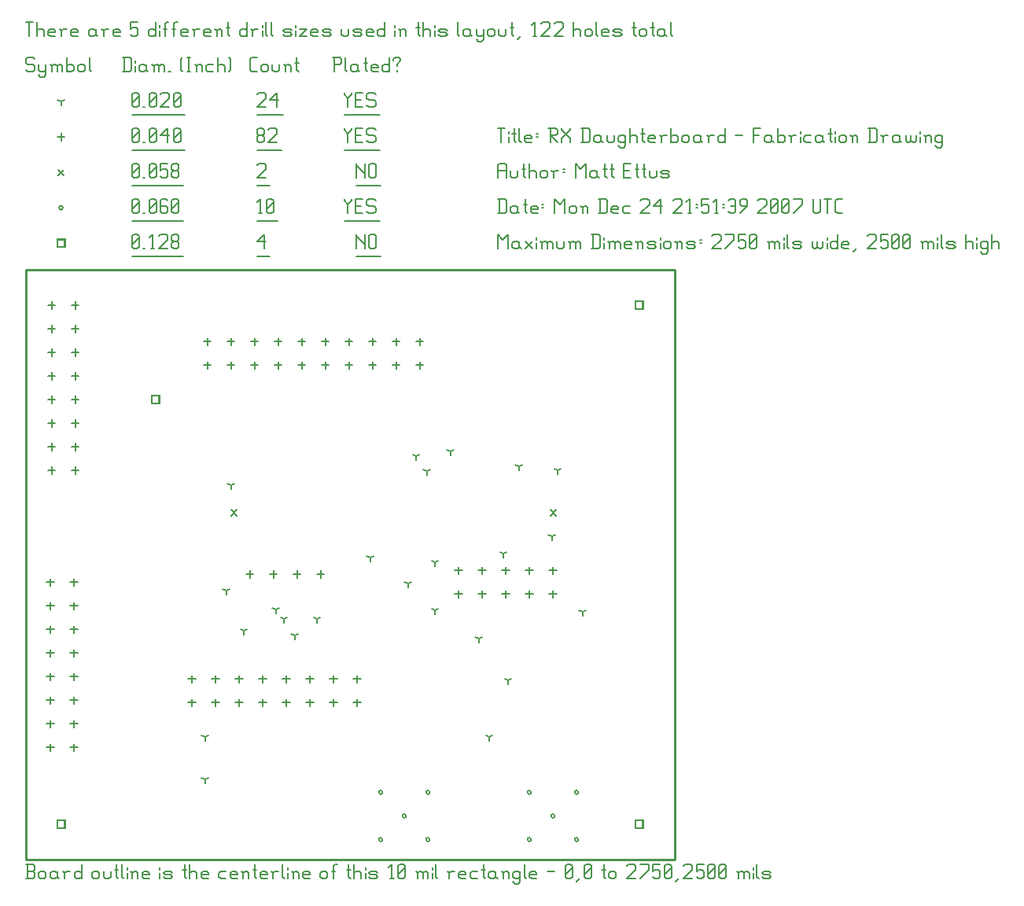
<source format=gbr>
G04 start of page 14 for group -3984 idx -3984
G04 Title: RX Daughterboard, fab *
G04 Creator: pcb 20070208 *
G04 CreationDate: Mon Dec 24 21:51:39 2007 UTC *
G04 For: matt *
G04 Format: Gerber/RS-274X *
G04 PCB-Dimensions: 275000 250000 *
G04 PCB-Coordinate-Origin: lower left *
%MOIN*%
%FSLAX24Y24*%
%LNFAB*%
%ADD11C,0.0100*%
%ADD12C,0.0060*%
%ADD30R,0.0080X0.0080*%
G54D30*X1340Y1660D02*X1660D01*
X1340D02*Y1340D01*
X1660D01*
Y1660D02*Y1340D01*
X25840Y23660D02*X26160D01*
X25840D02*Y23340D01*
X26160D01*
Y23660D02*Y23340D01*
X25840Y1660D02*X26160D01*
X25840D02*Y1340D01*
X26160D01*
Y1660D02*Y1340D01*
X5340Y19660D02*X5660D01*
X5340D02*Y19340D01*
X5660D01*
Y19660D02*Y19340D01*
X1340Y26285D02*X1660D01*
X1340D02*Y25965D01*
X1660D01*
Y26285D02*Y25965D01*
G54D12*X14000Y26500D02*Y25900D01*
Y26500D02*Y26425D01*
X14375Y26050D01*
Y26500D02*Y25900D01*
X14555Y26425D02*Y25975D01*
Y26425D02*X14630Y26500D01*
X14780D01*
X14855Y26425D01*
Y25975D01*
X14780Y25900D02*X14855Y25975D01*
X14630Y25900D02*X14780D01*
X14555Y25975D02*X14630Y25900D01*
X14000Y25574D02*X15035D01*
X9800Y26200D02*X10100Y26500D01*
X9800Y26200D02*X10175D01*
X10100Y26500D02*Y25900D01*
X9800Y25574D02*X10355D01*
X4500Y25975D02*X4575Y25900D01*
X4500Y26425D02*Y25975D01*
Y26425D02*X4575Y26500D01*
X4725D01*
X4800Y26425D01*
Y25975D01*
X4725Y25900D02*X4800Y25975D01*
X4575Y25900D02*X4725D01*
X4500Y26050D02*X4800Y26350D01*
X4980Y25900D02*X5055D01*
X5310D02*X5460D01*
X5385Y26500D02*Y25900D01*
X5235Y26350D02*X5385Y26500D01*
X5640Y26425D02*X5715Y26500D01*
X5940D01*
X6015Y26425D01*
Y26275D01*
X5640Y25900D02*X6015Y26275D01*
X5640Y25900D02*X6015D01*
X6195Y25975D02*X6270Y25900D01*
X6195Y26125D02*Y25975D01*
Y26125D02*X6270Y26200D01*
X6420D01*
X6495Y26125D01*
Y25975D01*
X6420Y25900D02*X6495Y25975D01*
X6270Y25900D02*X6420D01*
X6195Y26275D02*X6270Y26200D01*
X6195Y26425D02*Y26275D01*
Y26425D02*X6270Y26500D01*
X6420D01*
X6495Y26425D01*
Y26275D01*
X6420Y26200D02*X6495Y26275D01*
X4500Y25574D02*X6675D01*
X22270Y1850D02*G75*G03X22430Y1850I80J0D01*G01*
G75*G03X22270Y1850I-80J0D01*G01*
X21270Y2850D02*G75*G03X21430Y2850I80J0D01*G01*
G75*G03X21270Y2850I-80J0D01*G01*
X23270D02*G75*G03X23430Y2850I80J0D01*G01*
G75*G03X23270Y2850I-80J0D01*G01*
X21270Y850D02*G75*G03X21430Y850I80J0D01*G01*
G75*G03X21270Y850I-80J0D01*G01*
X23270D02*G75*G03X23430Y850I80J0D01*G01*
G75*G03X23270Y850I-80J0D01*G01*
X15970Y1850D02*G75*G03X16130Y1850I80J0D01*G01*
G75*G03X15970Y1850I-80J0D01*G01*
X14970Y2850D02*G75*G03X15130Y2850I80J0D01*G01*
G75*G03X14970Y2850I-80J0D01*G01*
X16970D02*G75*G03X17130Y2850I80J0D01*G01*
G75*G03X16970Y2850I-80J0D01*G01*
X14970Y850D02*G75*G03X15130Y850I80J0D01*G01*
G75*G03X14970Y850I-80J0D01*G01*
X16970D02*G75*G03X17130Y850I80J0D01*G01*
G75*G03X16970Y850I-80J0D01*G01*
X1420Y27625D02*G75*G03X1580Y27625I80J0D01*G01*
G75*G03X1420Y27625I-80J0D01*G01*
X13500Y28000D02*Y27925D01*
X13650Y27775D01*
X13800Y27925D01*
Y28000D02*Y27925D01*
X13650Y27775D02*Y27400D01*
X13980Y27700D02*X14205D01*
X13980Y27400D02*X14280D01*
X13980Y28000D02*Y27400D01*
Y28000D02*X14280D01*
X14760D02*X14835Y27925D01*
X14535Y28000D02*X14760D01*
X14460Y27925D02*X14535Y28000D01*
X14460Y27925D02*Y27775D01*
X14535Y27700D01*
X14760D01*
X14835Y27625D01*
Y27475D01*
X14760Y27400D02*X14835Y27475D01*
X14535Y27400D02*X14760D01*
X14460Y27475D02*X14535Y27400D01*
X13500Y27074D02*X15015D01*
X9875Y27400D02*X10025D01*
X9950Y28000D02*Y27400D01*
X9800Y27850D02*X9950Y28000D01*
X10205Y27475D02*X10280Y27400D01*
X10205Y27925D02*Y27475D01*
Y27925D02*X10280Y28000D01*
X10430D01*
X10505Y27925D01*
Y27475D01*
X10430Y27400D02*X10505Y27475D01*
X10280Y27400D02*X10430D01*
X10205Y27550D02*X10505Y27850D01*
X9800Y27074D02*X10685D01*
X4500Y27475D02*X4575Y27400D01*
X4500Y27925D02*Y27475D01*
Y27925D02*X4575Y28000D01*
X4725D01*
X4800Y27925D01*
Y27475D01*
X4725Y27400D02*X4800Y27475D01*
X4575Y27400D02*X4725D01*
X4500Y27550D02*X4800Y27850D01*
X4980Y27400D02*X5055D01*
X5235Y27475D02*X5310Y27400D01*
X5235Y27925D02*Y27475D01*
Y27925D02*X5310Y28000D01*
X5460D01*
X5535Y27925D01*
Y27475D01*
X5460Y27400D02*X5535Y27475D01*
X5310Y27400D02*X5460D01*
X5235Y27550D02*X5535Y27850D01*
X5940Y28000D02*X6015Y27925D01*
X5790Y28000D02*X5940D01*
X5715Y27925D02*X5790Y28000D01*
X5715Y27925D02*Y27475D01*
X5790Y27400D01*
X5940Y27700D02*X6015Y27625D01*
X5715Y27700D02*X5940D01*
X5790Y27400D02*X5940D01*
X6015Y27475D01*
Y27625D02*Y27475D01*
X6195D02*X6270Y27400D01*
X6195Y27925D02*Y27475D01*
Y27925D02*X6270Y28000D01*
X6420D01*
X6495Y27925D01*
Y27475D01*
X6420Y27400D02*X6495Y27475D01*
X6270Y27400D02*X6420D01*
X6195Y27550D02*X6495Y27850D01*
X4500Y27074D02*X6675D01*
X8710Y14820D02*X8950Y14580D01*
X8710D02*X8950Y14820D01*
X22253D02*X22493Y14580D01*
X22253D02*X22493Y14820D01*
X1380Y29245D02*X1620Y29005D01*
X1380D02*X1620Y29245D01*
X14000Y29500D02*Y28900D01*
Y29500D02*Y29425D01*
X14375Y29050D01*
Y29500D02*Y28900D01*
X14555Y29425D02*Y28975D01*
Y29425D02*X14630Y29500D01*
X14780D01*
X14855Y29425D01*
Y28975D01*
X14780Y28900D02*X14855Y28975D01*
X14630Y28900D02*X14780D01*
X14555Y28975D02*X14630Y28900D01*
X14000Y28574D02*X15035D01*
X9800Y29425D02*X9875Y29500D01*
X10100D01*
X10175Y29425D01*
Y29275D01*
X9800Y28900D02*X10175Y29275D01*
X9800Y28900D02*X10175D01*
X9800Y28574D02*X10355D01*
X4500Y28975D02*X4575Y28900D01*
X4500Y29425D02*Y28975D01*
Y29425D02*X4575Y29500D01*
X4725D01*
X4800Y29425D01*
Y28975D01*
X4725Y28900D02*X4800Y28975D01*
X4575Y28900D02*X4725D01*
X4500Y29050D02*X4800Y29350D01*
X4980Y28900D02*X5055D01*
X5235Y28975D02*X5310Y28900D01*
X5235Y29425D02*Y28975D01*
Y29425D02*X5310Y29500D01*
X5460D01*
X5535Y29425D01*
Y28975D01*
X5460Y28900D02*X5535Y28975D01*
X5310Y28900D02*X5460D01*
X5235Y29050D02*X5535Y29350D01*
X5715Y29500D02*X6015D01*
X5715D02*Y29200D01*
X5790Y29275D01*
X5940D01*
X6015Y29200D01*
Y28975D01*
X5940Y28900D02*X6015Y28975D01*
X5790Y28900D02*X5940D01*
X5715Y28975D02*X5790Y28900D01*
X6195Y28975D02*X6270Y28900D01*
X6195Y29125D02*Y28975D01*
Y29125D02*X6270Y29200D01*
X6420D01*
X6495Y29125D01*
Y28975D01*
X6420Y28900D02*X6495Y28975D01*
X6270Y28900D02*X6420D01*
X6195Y29275D02*X6270Y29200D01*
X6195Y29425D02*Y29275D01*
Y29425D02*X6270Y29500D01*
X6420D01*
X6495Y29425D01*
Y29275D01*
X6420Y29200D02*X6495Y29275D01*
X4500Y28574D02*X6675D01*
X7050Y6810D02*Y6490D01*
X6890Y6650D02*X7210D01*
X7050Y7810D02*Y7490D01*
X6890Y7650D02*X7210D01*
X8050Y6810D02*Y6490D01*
X7890Y6650D02*X8210D01*
X8050Y7810D02*Y7490D01*
X7890Y7650D02*X8210D01*
X9050Y6810D02*Y6490D01*
X8890Y6650D02*X9210D01*
X9050Y7810D02*Y7490D01*
X8890Y7650D02*X9210D01*
X10050Y6810D02*Y6490D01*
X9890Y6650D02*X10210D01*
X10050Y7810D02*Y7490D01*
X9890Y7650D02*X10210D01*
X11050Y6810D02*Y6490D01*
X10890Y6650D02*X11210D01*
X11050Y7810D02*Y7490D01*
X10890Y7650D02*X11210D01*
X12050Y6810D02*Y6490D01*
X11890Y6650D02*X12210D01*
X12050Y7810D02*Y7490D01*
X11890Y7650D02*X12210D01*
X13050Y6810D02*Y6490D01*
X12890Y6650D02*X13210D01*
X13050Y7810D02*Y7490D01*
X12890Y7650D02*X13210D01*
X14050Y6810D02*Y6490D01*
X13890Y6650D02*X14210D01*
X14050Y7810D02*Y7490D01*
X13890Y7650D02*X14210D01*
X1050Y11910D02*Y11590D01*
X890Y11750D02*X1210D01*
X2050Y11910D02*Y11590D01*
X1890Y11750D02*X2210D01*
X1050Y10910D02*Y10590D01*
X890Y10750D02*X1210D01*
X2050Y10910D02*Y10590D01*
X1890Y10750D02*X2210D01*
X1050Y9910D02*Y9590D01*
X890Y9750D02*X1210D01*
X2050Y9910D02*Y9590D01*
X1890Y9750D02*X2210D01*
X1050Y8910D02*Y8590D01*
X890Y8750D02*X1210D01*
X2050Y8910D02*Y8590D01*
X1890Y8750D02*X2210D01*
X1050Y7910D02*Y7590D01*
X890Y7750D02*X1210D01*
X2050Y7910D02*Y7590D01*
X1890Y7750D02*X2210D01*
X1050Y6910D02*Y6590D01*
X890Y6750D02*X1210D01*
X2050Y6910D02*Y6590D01*
X1890Y6750D02*X2210D01*
X1050Y5910D02*Y5590D01*
X890Y5750D02*X1210D01*
X2050Y5910D02*Y5590D01*
X1890Y5750D02*X2210D01*
X1050Y4910D02*Y4590D01*
X890Y4750D02*X1210D01*
X2050Y4910D02*Y4590D01*
X1890Y4750D02*X2210D01*
X9500Y12260D02*Y11940D01*
X9340Y12100D02*X9660D01*
X10500Y12260D02*Y11940D01*
X10340Y12100D02*X10660D01*
X11500Y12260D02*Y11940D01*
X11340Y12100D02*X11660D01*
X12500Y12260D02*Y11940D01*
X12340Y12100D02*X12660D01*
X1100Y23660D02*Y23340D01*
X940Y23500D02*X1260D01*
X2100Y23660D02*Y23340D01*
X1940Y23500D02*X2260D01*
X1100Y22660D02*Y22340D01*
X940Y22500D02*X1260D01*
X2100Y22660D02*Y22340D01*
X1940Y22500D02*X2260D01*
X1100Y21660D02*Y21340D01*
X940Y21500D02*X1260D01*
X2100Y21660D02*Y21340D01*
X1940Y21500D02*X2260D01*
X1100Y20660D02*Y20340D01*
X940Y20500D02*X1260D01*
X2100Y20660D02*Y20340D01*
X1940Y20500D02*X2260D01*
X1100Y19660D02*Y19340D01*
X940Y19500D02*X1260D01*
X2100Y19660D02*Y19340D01*
X1940Y19500D02*X2260D01*
X1100Y18660D02*Y18340D01*
X940Y18500D02*X1260D01*
X2100Y18660D02*Y18340D01*
X1940Y18500D02*X2260D01*
X1100Y17660D02*Y17340D01*
X940Y17500D02*X1260D01*
X2100Y17660D02*Y17340D01*
X1940Y17500D02*X2260D01*
X1100Y16660D02*Y16340D01*
X940Y16500D02*X1260D01*
X2100Y16660D02*Y16340D01*
X1940Y16500D02*X2260D01*
X18350Y11410D02*Y11090D01*
X18190Y11250D02*X18510D01*
X18350Y12410D02*Y12090D01*
X18190Y12250D02*X18510D01*
X19350Y11410D02*Y11090D01*
X19190Y11250D02*X19510D01*
X19350Y12410D02*Y12090D01*
X19190Y12250D02*X19510D01*
X20350Y11410D02*Y11090D01*
X20190Y11250D02*X20510D01*
X20350Y12410D02*Y12090D01*
X20190Y12250D02*X20510D01*
X21350Y11410D02*Y11090D01*
X21190Y11250D02*X21510D01*
X21350Y12410D02*Y12090D01*
X21190Y12250D02*X21510D01*
X22350Y11410D02*Y11090D01*
X22190Y11250D02*X22510D01*
X22350Y12410D02*Y12090D01*
X22190Y12250D02*X22510D01*
X7700Y21110D02*Y20790D01*
X7540Y20950D02*X7860D01*
X7700Y22110D02*Y21790D01*
X7540Y21950D02*X7860D01*
X8700Y21110D02*Y20790D01*
X8540Y20950D02*X8860D01*
X8700Y22110D02*Y21790D01*
X8540Y21950D02*X8860D01*
X9700Y21110D02*Y20790D01*
X9540Y20950D02*X9860D01*
X9700Y22110D02*Y21790D01*
X9540Y21950D02*X9860D01*
X10700Y21110D02*Y20790D01*
X10540Y20950D02*X10860D01*
X10700Y22110D02*Y21790D01*
X10540Y21950D02*X10860D01*
X11700Y21110D02*Y20790D01*
X11540Y20950D02*X11860D01*
X11700Y22110D02*Y21790D01*
X11540Y21950D02*X11860D01*
X12700Y21110D02*Y20790D01*
X12540Y20950D02*X12860D01*
X12700Y22110D02*Y21790D01*
X12540Y21950D02*X12860D01*
X13700Y21110D02*Y20790D01*
X13540Y20950D02*X13860D01*
X13700Y22110D02*Y21790D01*
X13540Y21950D02*X13860D01*
X14700Y21110D02*Y20790D01*
X14540Y20950D02*X14860D01*
X14700Y22110D02*Y21790D01*
X14540Y21950D02*X14860D01*
X15700Y21110D02*Y20790D01*
X15540Y20950D02*X15860D01*
X15700Y22110D02*Y21790D01*
X15540Y21950D02*X15860D01*
X16700Y21110D02*Y20790D01*
X16540Y20950D02*X16860D01*
X16700Y22110D02*Y21790D01*
X16540Y21950D02*X16860D01*
X1500Y30785D02*Y30465D01*
X1340Y30625D02*X1660D01*
X13500Y31000D02*Y30925D01*
X13650Y30775D01*
X13800Y30925D01*
Y31000D02*Y30925D01*
X13650Y30775D02*Y30400D01*
X13980Y30700D02*X14205D01*
X13980Y30400D02*X14280D01*
X13980Y31000D02*Y30400D01*
Y31000D02*X14280D01*
X14760D02*X14835Y30925D01*
X14535Y31000D02*X14760D01*
X14460Y30925D02*X14535Y31000D01*
X14460Y30925D02*Y30775D01*
X14535Y30700D01*
X14760D01*
X14835Y30625D01*
Y30475D01*
X14760Y30400D02*X14835Y30475D01*
X14535Y30400D02*X14760D01*
X14460Y30475D02*X14535Y30400D01*
X13500Y30074D02*X15015D01*
X9800Y30475D02*X9875Y30400D01*
X9800Y30625D02*Y30475D01*
Y30625D02*X9875Y30700D01*
X10025D01*
X10100Y30625D01*
Y30475D01*
X10025Y30400D02*X10100Y30475D01*
X9875Y30400D02*X10025D01*
X9800Y30775D02*X9875Y30700D01*
X9800Y30925D02*Y30775D01*
Y30925D02*X9875Y31000D01*
X10025D01*
X10100Y30925D01*
Y30775D01*
X10025Y30700D02*X10100Y30775D01*
X10280Y30925D02*X10355Y31000D01*
X10580D01*
X10655Y30925D01*
Y30775D01*
X10280Y30400D02*X10655Y30775D01*
X10280Y30400D02*X10655D01*
X9800Y30074D02*X10835D01*
X4500Y30475D02*X4575Y30400D01*
X4500Y30925D02*Y30475D01*
Y30925D02*X4575Y31000D01*
X4725D01*
X4800Y30925D01*
Y30475D01*
X4725Y30400D02*X4800Y30475D01*
X4575Y30400D02*X4725D01*
X4500Y30550D02*X4800Y30850D01*
X4980Y30400D02*X5055D01*
X5235Y30475D02*X5310Y30400D01*
X5235Y30925D02*Y30475D01*
Y30925D02*X5310Y31000D01*
X5460D01*
X5535Y30925D01*
Y30475D01*
X5460Y30400D02*X5535Y30475D01*
X5310Y30400D02*X5460D01*
X5235Y30550D02*X5535Y30850D01*
X5715Y30700D02*X6015Y31000D01*
X5715Y30700D02*X6090D01*
X6015Y31000D02*Y30400D01*
X6270Y30475D02*X6345Y30400D01*
X6270Y30925D02*Y30475D01*
Y30925D02*X6345Y31000D01*
X6495D01*
X6570Y30925D01*
Y30475D01*
X6495Y30400D02*X6570Y30475D01*
X6345Y30400D02*X6495D01*
X6270Y30550D02*X6570Y30850D01*
X4500Y30074D02*X6750D01*
X17350Y12600D02*Y12440D01*
Y12600D02*X17488Y12680D01*
X17350Y12600D02*X17211Y12680D01*
X22550Y16500D02*Y16340D01*
Y16500D02*X22688Y16580D01*
X22550Y16500D02*X22411Y16580D01*
X20900Y16650D02*Y16490D01*
Y16650D02*X21038Y16730D01*
X20900Y16650D02*X20761Y16730D01*
X17000Y16450D02*Y16290D01*
Y16450D02*X17138Y16530D01*
X17000Y16450D02*X16861Y16530D01*
X18000Y17300D02*Y17140D01*
Y17300D02*X18138Y17380D01*
X18000Y17300D02*X17861Y17380D01*
X20450Y7600D02*Y7440D01*
Y7600D02*X20588Y7680D01*
X20450Y7600D02*X20311Y7680D01*
X20250Y12950D02*Y12790D01*
Y12950D02*X20388Y13030D01*
X20250Y12950D02*X20111Y13030D01*
X22300Y13700D02*Y13540D01*
Y13700D02*X22438Y13780D01*
X22300Y13700D02*X22161Y13780D01*
X19650Y5200D02*Y5040D01*
Y5200D02*X19788Y5280D01*
X19650Y5200D02*X19511Y5280D01*
X16550Y17100D02*Y16940D01*
Y17100D02*X16688Y17180D01*
X16550Y17100D02*X16411Y17180D01*
X10600Y10600D02*Y10440D01*
Y10600D02*X10738Y10680D01*
X10600Y10600D02*X10461Y10680D01*
X9250Y9700D02*Y9540D01*
Y9700D02*X9388Y9780D01*
X9250Y9700D02*X9111Y9780D01*
X8700Y15850D02*Y15690D01*
Y15850D02*X8838Y15930D01*
X8700Y15850D02*X8561Y15930D01*
X23600Y10500D02*Y10340D01*
Y10500D02*X23738Y10580D01*
X23600Y10500D02*X23461Y10580D01*
X17350Y10550D02*Y10390D01*
Y10550D02*X17488Y10630D01*
X17350Y10550D02*X17211Y10630D01*
X19200Y9350D02*Y9190D01*
Y9350D02*X19338Y9430D01*
X19200Y9350D02*X19061Y9430D01*
X12350Y10200D02*Y10040D01*
Y10200D02*X12488Y10280D01*
X12350Y10200D02*X12211Y10280D01*
X10950Y10200D02*Y10040D01*
Y10200D02*X11088Y10280D01*
X10950Y10200D02*X10811Y10280D01*
X8500Y11400D02*Y11240D01*
Y11400D02*X8638Y11480D01*
X8500Y11400D02*X8361Y11480D01*
X7600Y5200D02*Y5040D01*
Y5200D02*X7738Y5280D01*
X7600Y5200D02*X7461Y5280D01*
X7600Y3400D02*Y3240D01*
Y3400D02*X7738Y3480D01*
X7600Y3400D02*X7461Y3480D01*
X11400Y9500D02*Y9340D01*
Y9500D02*X11538Y9580D01*
X11400Y9500D02*X11261Y9580D01*
X14600Y12800D02*Y12640D01*
Y12800D02*X14738Y12880D01*
X14600Y12800D02*X14461Y12880D01*
X16200Y11700D02*Y11540D01*
Y11700D02*X16338Y11780D01*
X16200Y11700D02*X16061Y11780D01*
X1500Y32125D02*Y31965D01*
Y32125D02*X1638Y32205D01*
X1500Y32125D02*X1361Y32205D01*
X13500Y32500D02*Y32425D01*
X13650Y32275D01*
X13800Y32425D01*
Y32500D02*Y32425D01*
X13650Y32275D02*Y31900D01*
X13980Y32200D02*X14205D01*
X13980Y31900D02*X14280D01*
X13980Y32500D02*Y31900D01*
Y32500D02*X14280D01*
X14760D02*X14835Y32425D01*
X14535Y32500D02*X14760D01*
X14460Y32425D02*X14535Y32500D01*
X14460Y32425D02*Y32275D01*
X14535Y32200D01*
X14760D01*
X14835Y32125D01*
Y31975D01*
X14760Y31900D02*X14835Y31975D01*
X14535Y31900D02*X14760D01*
X14460Y31975D02*X14535Y31900D01*
X13500Y31574D02*X15015D01*
X9800Y32425D02*X9875Y32500D01*
X10100D01*
X10175Y32425D01*
Y32275D01*
X9800Y31900D02*X10175Y32275D01*
X9800Y31900D02*X10175D01*
X10355Y32200D02*X10655Y32500D01*
X10355Y32200D02*X10730D01*
X10655Y32500D02*Y31900D01*
X9800Y31574D02*X10910D01*
X4500Y31975D02*X4575Y31900D01*
X4500Y32425D02*Y31975D01*
Y32425D02*X4575Y32500D01*
X4725D01*
X4800Y32425D01*
Y31975D01*
X4725Y31900D02*X4800Y31975D01*
X4575Y31900D02*X4725D01*
X4500Y32050D02*X4800Y32350D01*
X4980Y31900D02*X5055D01*
X5235Y31975D02*X5310Y31900D01*
X5235Y32425D02*Y31975D01*
Y32425D02*X5310Y32500D01*
X5460D01*
X5535Y32425D01*
Y31975D01*
X5460Y31900D02*X5535Y31975D01*
X5310Y31900D02*X5460D01*
X5235Y32050D02*X5535Y32350D01*
X5715Y32425D02*X5790Y32500D01*
X6015D01*
X6090Y32425D01*
Y32275D01*
X5715Y31900D02*X6090Y32275D01*
X5715Y31900D02*X6090D01*
X6270Y31975D02*X6345Y31900D01*
X6270Y32425D02*Y31975D01*
Y32425D02*X6345Y32500D01*
X6495D01*
X6570Y32425D01*
Y31975D01*
X6495Y31900D02*X6570Y31975D01*
X6345Y31900D02*X6495D01*
X6270Y32050D02*X6570Y32350D01*
X4500Y31574D02*X6750D01*
X300Y34000D02*X375Y33925D01*
X75Y34000D02*X300D01*
X0Y33925D02*X75Y34000D01*
X0Y33925D02*Y33775D01*
X75Y33700D01*
X300D01*
X375Y33625D01*
Y33475D01*
X300Y33400D02*X375Y33475D01*
X75Y33400D02*X300D01*
X0Y33475D02*X75Y33400D01*
X555Y33700D02*Y33475D01*
X630Y33400D01*
X855Y33700D02*Y33250D01*
X780Y33175D02*X855Y33250D01*
X630Y33175D02*X780D01*
X555Y33250D02*X630Y33175D01*
Y33400D02*X780D01*
X855Y33475D01*
X1110Y33625D02*Y33400D01*
Y33625D02*X1185Y33700D01*
X1260D01*
X1335Y33625D01*
Y33400D01*
Y33625D02*X1410Y33700D01*
X1485D01*
X1560Y33625D01*
Y33400D01*
X1035Y33700D02*X1110Y33625D01*
X1740Y34000D02*Y33400D01*
Y33475D02*X1815Y33400D01*
X1965D01*
X2040Y33475D01*
Y33625D02*Y33475D01*
X1965Y33700D02*X2040Y33625D01*
X1815Y33700D02*X1965D01*
X1740Y33625D02*X1815Y33700D01*
X2220Y33625D02*Y33475D01*
Y33625D02*X2295Y33700D01*
X2445D01*
X2520Y33625D01*
Y33475D01*
X2445Y33400D02*X2520Y33475D01*
X2295Y33400D02*X2445D01*
X2220Y33475D02*X2295Y33400D01*
X2700Y34000D02*Y33475D01*
X2775Y33400D01*
X4175Y34000D02*Y33400D01*
X4400Y34000D02*X4475Y33925D01*
Y33475D01*
X4400Y33400D02*X4475Y33475D01*
X4100Y33400D02*X4400D01*
X4100Y34000D02*X4400D01*
X4655Y33850D02*Y33775D01*
Y33625D02*Y33400D01*
X5030Y33700D02*X5105Y33625D01*
X4880Y33700D02*X5030D01*
X4805Y33625D02*X4880Y33700D01*
X4805Y33625D02*Y33475D01*
X4880Y33400D01*
X5105Y33700D02*Y33475D01*
X5180Y33400D01*
X4880D02*X5030D01*
X5105Y33475D01*
X5435Y33625D02*Y33400D01*
Y33625D02*X5510Y33700D01*
X5585D01*
X5660Y33625D01*
Y33400D01*
Y33625D02*X5735Y33700D01*
X5810D01*
X5885Y33625D01*
Y33400D01*
X5360Y33700D02*X5435Y33625D01*
X6065Y33400D02*X6140D01*
X6590Y33475D02*X6665Y33400D01*
X6590Y33925D02*X6665Y34000D01*
X6590Y33925D02*Y33475D01*
X6845Y34000D02*X6995D01*
X6920D02*Y33400D01*
X6845D02*X6995D01*
X7251Y33625D02*Y33400D01*
Y33625D02*X7326Y33700D01*
X7401D01*
X7476Y33625D01*
Y33400D01*
X7176Y33700D02*X7251Y33625D01*
X7731Y33700D02*X7956D01*
X7656Y33625D02*X7731Y33700D01*
X7656Y33625D02*Y33475D01*
X7731Y33400D01*
X7956D01*
X8136Y34000D02*Y33400D01*
Y33625D02*X8211Y33700D01*
X8361D01*
X8436Y33625D01*
Y33400D01*
X8616Y34000D02*X8691Y33925D01*
Y33475D01*
X8616Y33400D02*X8691Y33475D01*
X9575Y33400D02*X9800D01*
X9500Y33475D02*X9575Y33400D01*
X9500Y33925D02*Y33475D01*
Y33925D02*X9575Y34000D01*
X9800D01*
X9980Y33625D02*Y33475D01*
Y33625D02*X10055Y33700D01*
X10205D01*
X10280Y33625D01*
Y33475D01*
X10205Y33400D02*X10280Y33475D01*
X10055Y33400D02*X10205D01*
X9980Y33475D02*X10055Y33400D01*
X10460Y33700D02*Y33475D01*
X10535Y33400D01*
X10685D01*
X10760Y33475D01*
Y33700D02*Y33475D01*
X11015Y33625D02*Y33400D01*
Y33625D02*X11090Y33700D01*
X11165D01*
X11240Y33625D01*
Y33400D01*
X10940Y33700D02*X11015Y33625D01*
X11495Y34000D02*Y33475D01*
X11570Y33400D01*
X11420Y33775D02*X11570D01*
X13075Y34000D02*Y33400D01*
X13000Y34000D02*X13300D01*
X13375Y33925D01*
Y33775D01*
X13300Y33700D02*X13375Y33775D01*
X13075Y33700D02*X13300D01*
X13555Y34000D02*Y33475D01*
X13630Y33400D01*
X14005Y33700D02*X14080Y33625D01*
X13855Y33700D02*X14005D01*
X13780Y33625D02*X13855Y33700D01*
X13780Y33625D02*Y33475D01*
X13855Y33400D01*
X14080Y33700D02*Y33475D01*
X14155Y33400D01*
X13855D02*X14005D01*
X14080Y33475D01*
X14410Y34000D02*Y33475D01*
X14485Y33400D01*
X14335Y33775D02*X14485D01*
X14710Y33400D02*X14935D01*
X14635Y33475D02*X14710Y33400D01*
X14635Y33625D02*Y33475D01*
Y33625D02*X14710Y33700D01*
X14860D01*
X14935Y33625D01*
X14635Y33550D02*X14935D01*
Y33625D02*Y33550D01*
X15415Y34000D02*Y33400D01*
X15340D02*X15415Y33475D01*
X15190Y33400D02*X15340D01*
X15115Y33475D02*X15190Y33400D01*
X15115Y33625D02*Y33475D01*
Y33625D02*X15190Y33700D01*
X15340D01*
X15415Y33625D01*
X15745Y33700D02*Y33625D01*
Y33475D02*Y33400D01*
X15595Y33925D02*Y33850D01*
Y33925D02*X15670Y34000D01*
X15820D01*
X15895Y33925D01*
Y33850D01*
X15745Y33700D02*X15895Y33850D01*
X0Y35500D02*X300D01*
X150D02*Y34900D01*
X480Y35500D02*Y34900D01*
Y35125D02*X555Y35200D01*
X705D01*
X780Y35125D01*
Y34900D01*
X1035D02*X1260D01*
X960Y34975D02*X1035Y34900D01*
X960Y35125D02*Y34975D01*
Y35125D02*X1035Y35200D01*
X1185D01*
X1260Y35125D01*
X960Y35050D02*X1260D01*
Y35125D02*Y35050D01*
X1515Y35125D02*Y34900D01*
Y35125D02*X1590Y35200D01*
X1740D01*
X1440D02*X1515Y35125D01*
X1995Y34900D02*X2220D01*
X1920Y34975D02*X1995Y34900D01*
X1920Y35125D02*Y34975D01*
Y35125D02*X1995Y35200D01*
X2145D01*
X2220Y35125D01*
X1920Y35050D02*X2220D01*
Y35125D02*Y35050D01*
X2895Y35200D02*X2970Y35125D01*
X2745Y35200D02*X2895D01*
X2670Y35125D02*X2745Y35200D01*
X2670Y35125D02*Y34975D01*
X2745Y34900D01*
X2970Y35200D02*Y34975D01*
X3045Y34900D01*
X2745D02*X2895D01*
X2970Y34975D01*
X3300Y35125D02*Y34900D01*
Y35125D02*X3375Y35200D01*
X3525D01*
X3225D02*X3300Y35125D01*
X3781Y34900D02*X4006D01*
X3706Y34975D02*X3781Y34900D01*
X3706Y35125D02*Y34975D01*
Y35125D02*X3781Y35200D01*
X3931D01*
X4006Y35125D01*
X3706Y35050D02*X4006D01*
Y35125D02*Y35050D01*
X4456Y35500D02*X4756D01*
X4456D02*Y35200D01*
X4531Y35275D01*
X4681D01*
X4756Y35200D01*
Y34975D01*
X4681Y34900D02*X4756Y34975D01*
X4531Y34900D02*X4681D01*
X4456Y34975D02*X4531Y34900D01*
X5506Y35500D02*Y34900D01*
X5431D02*X5506Y34975D01*
X5281Y34900D02*X5431D01*
X5206Y34975D02*X5281Y34900D01*
X5206Y35125D02*Y34975D01*
Y35125D02*X5281Y35200D01*
X5431D01*
X5506Y35125D01*
X5686Y35350D02*Y35275D01*
Y35125D02*Y34900D01*
X5911Y35425D02*Y34900D01*
Y35425D02*X5986Y35500D01*
X6061D01*
X5836Y35200D02*X5986D01*
X6286Y35425D02*Y34900D01*
Y35425D02*X6361Y35500D01*
X6436D01*
X6211Y35200D02*X6361D01*
X6661Y34900D02*X6886D01*
X6586Y34975D02*X6661Y34900D01*
X6586Y35125D02*Y34975D01*
Y35125D02*X6661Y35200D01*
X6811D01*
X6886Y35125D01*
X6586Y35050D02*X6886D01*
Y35125D02*Y35050D01*
X7142Y35125D02*Y34900D01*
Y35125D02*X7217Y35200D01*
X7367D01*
X7067D02*X7142Y35125D01*
X7622Y34900D02*X7847D01*
X7547Y34975D02*X7622Y34900D01*
X7547Y35125D02*Y34975D01*
Y35125D02*X7622Y35200D01*
X7772D01*
X7847Y35125D01*
X7547Y35050D02*X7847D01*
Y35125D02*Y35050D01*
X8102Y35125D02*Y34900D01*
Y35125D02*X8177Y35200D01*
X8252D01*
X8327Y35125D01*
Y34900D01*
X8027Y35200D02*X8102Y35125D01*
X8582Y35500D02*Y34975D01*
X8657Y34900D01*
X8507Y35275D02*X8657D01*
X9377Y35500D02*Y34900D01*
X9302D02*X9377Y34975D01*
X9152Y34900D02*X9302D01*
X9077Y34975D02*X9152Y34900D01*
X9077Y35125D02*Y34975D01*
Y35125D02*X9152Y35200D01*
X9302D01*
X9377Y35125D01*
X9632D02*Y34900D01*
Y35125D02*X9707Y35200D01*
X9857D01*
X9557D02*X9632Y35125D01*
X10038Y35350D02*Y35275D01*
Y35125D02*Y34900D01*
X10188Y35500D02*Y34975D01*
X10263Y34900D01*
X10413Y35500D02*Y34975D01*
X10488Y34900D01*
X10983D02*X11208D01*
X11283Y34975D01*
X11208Y35050D02*X11283Y34975D01*
X10983Y35050D02*X11208D01*
X10908Y35125D02*X10983Y35050D01*
X10908Y35125D02*X10983Y35200D01*
X11208D01*
X11283Y35125D01*
X10908Y34975D02*X10983Y34900D01*
X11463Y35350D02*Y35275D01*
Y35125D02*Y34900D01*
X11613Y35200D02*X11913D01*
X11613Y34900D02*X11913Y35200D01*
X11613Y34900D02*X11913D01*
X12168D02*X12393D01*
X12093Y34975D02*X12168Y34900D01*
X12093Y35125D02*Y34975D01*
Y35125D02*X12168Y35200D01*
X12318D01*
X12393Y35125D01*
X12093Y35050D02*X12393D01*
Y35125D02*Y35050D01*
X12649Y34900D02*X12874D01*
X12949Y34975D01*
X12874Y35050D02*X12949Y34975D01*
X12649Y35050D02*X12874D01*
X12574Y35125D02*X12649Y35050D01*
X12574Y35125D02*X12649Y35200D01*
X12874D01*
X12949Y35125D01*
X12574Y34975D02*X12649Y34900D01*
X13399Y35200D02*Y34975D01*
X13474Y34900D01*
X13624D01*
X13699Y34975D01*
Y35200D02*Y34975D01*
X13954Y34900D02*X14179D01*
X14254Y34975D01*
X14179Y35050D02*X14254Y34975D01*
X13954Y35050D02*X14179D01*
X13879Y35125D02*X13954Y35050D01*
X13879Y35125D02*X13954Y35200D01*
X14179D01*
X14254Y35125D01*
X13879Y34975D02*X13954Y34900D01*
X14509D02*X14734D01*
X14434Y34975D02*X14509Y34900D01*
X14434Y35125D02*Y34975D01*
Y35125D02*X14509Y35200D01*
X14659D01*
X14734Y35125D01*
X14434Y35050D02*X14734D01*
Y35125D02*Y35050D01*
X15214Y35500D02*Y34900D01*
X15139D02*X15214Y34975D01*
X14989Y34900D02*X15139D01*
X14914Y34975D02*X14989Y34900D01*
X14914Y35125D02*Y34975D01*
Y35125D02*X14989Y35200D01*
X15139D01*
X15214Y35125D01*
X15664Y35350D02*Y35275D01*
Y35125D02*Y34900D01*
X15889Y35125D02*Y34900D01*
Y35125D02*X15964Y35200D01*
X16039D01*
X16114Y35125D01*
Y34900D01*
X15814Y35200D02*X15889Y35125D01*
X16640Y35500D02*Y34975D01*
X16715Y34900D01*
X16565Y35275D02*X16715D01*
X16865Y35500D02*Y34900D01*
Y35125D02*X16940Y35200D01*
X17090D01*
X17165Y35125D01*
Y34900D01*
X17345Y35350D02*Y35275D01*
Y35125D02*Y34900D01*
X17570D02*X17795D01*
X17870Y34975D01*
X17795Y35050D02*X17870Y34975D01*
X17570Y35050D02*X17795D01*
X17495Y35125D02*X17570Y35050D01*
X17495Y35125D02*X17570Y35200D01*
X17795D01*
X17870Y35125D01*
X17495Y34975D02*X17570Y34900D01*
X18320Y35500D02*Y34975D01*
X18395Y34900D01*
X18770Y35200D02*X18845Y35125D01*
X18620Y35200D02*X18770D01*
X18545Y35125D02*X18620Y35200D01*
X18545Y35125D02*Y34975D01*
X18620Y34900D01*
X18845Y35200D02*Y34975D01*
X18920Y34900D01*
X18620D02*X18770D01*
X18845Y34975D01*
X19101Y35200D02*Y34975D01*
X19176Y34900D01*
X19401Y35200D02*Y34750D01*
X19326Y34675D02*X19401Y34750D01*
X19176Y34675D02*X19326D01*
X19101Y34750D02*X19176Y34675D01*
Y34900D02*X19326D01*
X19401Y34975D01*
X19581Y35125D02*Y34975D01*
Y35125D02*X19656Y35200D01*
X19806D01*
X19881Y35125D01*
Y34975D01*
X19806Y34900D02*X19881Y34975D01*
X19656Y34900D02*X19806D01*
X19581Y34975D02*X19656Y34900D01*
X20061Y35200D02*Y34975D01*
X20136Y34900D01*
X20286D01*
X20361Y34975D01*
Y35200D02*Y34975D01*
X20616Y35500D02*Y34975D01*
X20691Y34900D01*
X20541Y35275D02*X20691D01*
X20841Y34750D02*X20991Y34900D01*
X21516D02*X21666D01*
X21591Y35500D02*Y34900D01*
X21441Y35350D02*X21591Y35500D01*
X21846Y35425D02*X21921Y35500D01*
X22146D01*
X22221Y35425D01*
Y35275D01*
X21846Y34900D02*X22221Y35275D01*
X21846Y34900D02*X22221D01*
X22402Y35425D02*X22477Y35500D01*
X22702D01*
X22777Y35425D01*
Y35275D01*
X22402Y34900D02*X22777Y35275D01*
X22402Y34900D02*X22777D01*
X23227Y35500D02*Y34900D01*
Y35125D02*X23302Y35200D01*
X23452D01*
X23527Y35125D01*
Y34900D01*
X23707Y35125D02*Y34975D01*
Y35125D02*X23782Y35200D01*
X23932D01*
X24007Y35125D01*
Y34975D01*
X23932Y34900D02*X24007Y34975D01*
X23782Y34900D02*X23932D01*
X23707Y34975D02*X23782Y34900D01*
X24187Y35500D02*Y34975D01*
X24262Y34900D01*
X24487D02*X24712D01*
X24412Y34975D02*X24487Y34900D01*
X24412Y35125D02*Y34975D01*
Y35125D02*X24487Y35200D01*
X24637D01*
X24712Y35125D01*
X24412Y35050D02*X24712D01*
Y35125D02*Y35050D01*
X24967Y34900D02*X25192D01*
X25267Y34975D01*
X25192Y35050D02*X25267Y34975D01*
X24967Y35050D02*X25192D01*
X24892Y35125D02*X24967Y35050D01*
X24892Y35125D02*X24967Y35200D01*
X25192D01*
X25267Y35125D01*
X24892Y34975D02*X24967Y34900D01*
X25792Y35500D02*Y34975D01*
X25867Y34900D01*
X25717Y35275D02*X25867D01*
X26018Y35125D02*Y34975D01*
Y35125D02*X26093Y35200D01*
X26243D01*
X26318Y35125D01*
Y34975D01*
X26243Y34900D02*X26318Y34975D01*
X26093Y34900D02*X26243D01*
X26018Y34975D02*X26093Y34900D01*
X26573Y35500D02*Y34975D01*
X26648Y34900D01*
X26498Y35275D02*X26648D01*
X27023Y35200D02*X27098Y35125D01*
X26873Y35200D02*X27023D01*
X26798Y35125D02*X26873Y35200D01*
X26798Y35125D02*Y34975D01*
X26873Y34900D01*
X27098Y35200D02*Y34975D01*
X27173Y34900D01*
X26873D02*X27023D01*
X27098Y34975D01*
X27353Y35500D02*Y34975D01*
X27428Y34900D01*
G54D11*X0Y25000D02*X27500D01*
X0D02*Y0D01*
X27500Y25000D02*Y0D01*
X0D02*X27500D01*
G54D12*X20000Y26500D02*Y25900D01*
Y26500D02*X20225Y26275D01*
X20450Y26500D01*
Y25900D01*
X20855Y26200D02*X20930Y26125D01*
X20705Y26200D02*X20855D01*
X20630Y26125D02*X20705Y26200D01*
X20630Y26125D02*Y25975D01*
X20705Y25900D01*
X20930Y26200D02*Y25975D01*
X21005Y25900D01*
X20705D02*X20855D01*
X20930Y25975D01*
X21185Y26200D02*X21485Y25900D01*
X21185D02*X21485Y26200D01*
X21665Y26350D02*Y26275D01*
Y26125D02*Y25900D01*
X21890Y26125D02*Y25900D01*
Y26125D02*X21965Y26200D01*
X22040D01*
X22115Y26125D01*
Y25900D01*
Y26125D02*X22190Y26200D01*
X22265D01*
X22340Y26125D01*
Y25900D01*
X21815Y26200D02*X21890Y26125D01*
X22520Y26200D02*Y25975D01*
X22595Y25900D01*
X22745D01*
X22820Y25975D01*
Y26200D02*Y25975D01*
X23075Y26125D02*Y25900D01*
Y26125D02*X23150Y26200D01*
X23225D01*
X23300Y26125D01*
Y25900D01*
Y26125D02*X23375Y26200D01*
X23450D01*
X23525Y26125D01*
Y25900D01*
X23000Y26200D02*X23075Y26125D01*
X24051Y26500D02*Y25900D01*
X24276Y26500D02*X24351Y26425D01*
Y25975D01*
X24276Y25900D02*X24351Y25975D01*
X23976Y25900D02*X24276D01*
X23976Y26500D02*X24276D01*
X24531Y26350D02*Y26275D01*
Y26125D02*Y25900D01*
X24756Y26125D02*Y25900D01*
Y26125D02*X24831Y26200D01*
X24906D01*
X24981Y26125D01*
Y25900D01*
Y26125D02*X25056Y26200D01*
X25131D01*
X25206Y26125D01*
Y25900D01*
X24681Y26200D02*X24756Y26125D01*
X25461Y25900D02*X25686D01*
X25386Y25975D02*X25461Y25900D01*
X25386Y26125D02*Y25975D01*
Y26125D02*X25461Y26200D01*
X25611D01*
X25686Y26125D01*
X25386Y26050D02*X25686D01*
Y26125D02*Y26050D01*
X25941Y26125D02*Y25900D01*
Y26125D02*X26016Y26200D01*
X26091D01*
X26166Y26125D01*
Y25900D01*
X25866Y26200D02*X25941Y26125D01*
X26421Y25900D02*X26646D01*
X26721Y25975D01*
X26646Y26050D02*X26721Y25975D01*
X26421Y26050D02*X26646D01*
X26346Y26125D02*X26421Y26050D01*
X26346Y26125D02*X26421Y26200D01*
X26646D01*
X26721Y26125D01*
X26346Y25975D02*X26421Y25900D01*
X26901Y26350D02*Y26275D01*
Y26125D02*Y25900D01*
X27052Y26125D02*Y25975D01*
Y26125D02*X27127Y26200D01*
X27277D01*
X27352Y26125D01*
Y25975D01*
X27277Y25900D02*X27352Y25975D01*
X27127Y25900D02*X27277D01*
X27052Y25975D02*X27127Y25900D01*
X27607Y26125D02*Y25900D01*
Y26125D02*X27682Y26200D01*
X27757D01*
X27832Y26125D01*
Y25900D01*
X27532Y26200D02*X27607Y26125D01*
X28087Y25900D02*X28312D01*
X28387Y25975D01*
X28312Y26050D02*X28387Y25975D01*
X28087Y26050D02*X28312D01*
X28012Y26125D02*X28087Y26050D01*
X28012Y26125D02*X28087Y26200D01*
X28312D01*
X28387Y26125D01*
X28012Y25975D02*X28087Y25900D01*
X28567Y26275D02*X28642D01*
X28567Y26125D02*X28642D01*
X29092Y26425D02*X29167Y26500D01*
X29392D01*
X29467Y26425D01*
Y26275D01*
X29092Y25900D02*X29467Y26275D01*
X29092Y25900D02*X29467D01*
X29647D02*X30022Y26275D01*
Y26500D02*Y26275D01*
X29647Y26500D02*X30022D01*
X30203D02*X30503D01*
X30203D02*Y26200D01*
X30278Y26275D01*
X30428D01*
X30503Y26200D01*
Y25975D01*
X30428Y25900D02*X30503Y25975D01*
X30278Y25900D02*X30428D01*
X30203Y25975D02*X30278Y25900D01*
X30683Y25975D02*X30758Y25900D01*
X30683Y26425D02*Y25975D01*
Y26425D02*X30758Y26500D01*
X30908D01*
X30983Y26425D01*
Y25975D01*
X30908Y25900D02*X30983Y25975D01*
X30758Y25900D02*X30908D01*
X30683Y26050D02*X30983Y26350D01*
X31508Y26125D02*Y25900D01*
Y26125D02*X31583Y26200D01*
X31658D01*
X31733Y26125D01*
Y25900D01*
Y26125D02*X31808Y26200D01*
X31883D01*
X31958Y26125D01*
Y25900D01*
X31433Y26200D02*X31508Y26125D01*
X32138Y26350D02*Y26275D01*
Y26125D02*Y25900D01*
X32288Y26500D02*Y25975D01*
X32363Y25900D01*
X32588D02*X32813D01*
X32888Y25975D01*
X32813Y26050D02*X32888Y25975D01*
X32588Y26050D02*X32813D01*
X32513Y26125D02*X32588Y26050D01*
X32513Y26125D02*X32588Y26200D01*
X32813D01*
X32888Y26125D01*
X32513Y25975D02*X32588Y25900D01*
X33338Y26200D02*Y25975D01*
X33413Y25900D01*
X33488D01*
X33563Y25975D01*
Y26200D02*Y25975D01*
X33638Y25900D01*
X33713D01*
X33788Y25975D01*
Y26200D02*Y25975D01*
X33969Y26350D02*Y26275D01*
Y26125D02*Y25900D01*
X34419Y26500D02*Y25900D01*
X34344D02*X34419Y25975D01*
X34194Y25900D02*X34344D01*
X34119Y25975D02*X34194Y25900D01*
X34119Y26125D02*Y25975D01*
Y26125D02*X34194Y26200D01*
X34344D01*
X34419Y26125D01*
X34674Y25900D02*X34899D01*
X34599Y25975D02*X34674Y25900D01*
X34599Y26125D02*Y25975D01*
Y26125D02*X34674Y26200D01*
X34824D01*
X34899Y26125D01*
X34599Y26050D02*X34899D01*
Y26125D02*Y26050D01*
X35079Y25750D02*X35229Y25900D01*
X35679Y26425D02*X35754Y26500D01*
X35979D01*
X36054Y26425D01*
Y26275D01*
X35679Y25900D02*X36054Y26275D01*
X35679Y25900D02*X36054D01*
X36234Y26500D02*X36534D01*
X36234D02*Y26200D01*
X36309Y26275D01*
X36459D01*
X36534Y26200D01*
Y25975D01*
X36459Y25900D02*X36534Y25975D01*
X36309Y25900D02*X36459D01*
X36234Y25975D02*X36309Y25900D01*
X36714Y25975D02*X36789Y25900D01*
X36714Y26425D02*Y25975D01*
Y26425D02*X36789Y26500D01*
X36939D01*
X37014Y26425D01*
Y25975D01*
X36939Y25900D02*X37014Y25975D01*
X36789Y25900D02*X36939D01*
X36714Y26050D02*X37014Y26350D01*
X37195Y25975D02*X37270Y25900D01*
X37195Y26425D02*Y25975D01*
Y26425D02*X37270Y26500D01*
X37420D01*
X37495Y26425D01*
Y25975D01*
X37420Y25900D02*X37495Y25975D01*
X37270Y25900D02*X37420D01*
X37195Y26050D02*X37495Y26350D01*
X38020Y26125D02*Y25900D01*
Y26125D02*X38095Y26200D01*
X38170D01*
X38245Y26125D01*
Y25900D01*
Y26125D02*X38320Y26200D01*
X38395D01*
X38470Y26125D01*
Y25900D01*
X37945Y26200D02*X38020Y26125D01*
X38650Y26350D02*Y26275D01*
Y26125D02*Y25900D01*
X38800Y26500D02*Y25975D01*
X38875Y25900D01*
X39100D02*X39325D01*
X39400Y25975D01*
X39325Y26050D02*X39400Y25975D01*
X39100Y26050D02*X39325D01*
X39025Y26125D02*X39100Y26050D01*
X39025Y26125D02*X39100Y26200D01*
X39325D01*
X39400Y26125D01*
X39025Y25975D02*X39100Y25900D01*
X39850Y26500D02*Y25900D01*
Y26125D02*X39925Y26200D01*
X40075D01*
X40150Y26125D01*
Y25900D01*
X40331Y26350D02*Y26275D01*
Y26125D02*Y25900D01*
X40706Y26200D02*X40781Y26125D01*
X40556Y26200D02*X40706D01*
X40481Y26125D02*X40556Y26200D01*
X40481Y26125D02*Y25975D01*
X40556Y25900D01*
X40706D01*
X40781Y25975D01*
X40481Y25750D02*X40556Y25675D01*
X40706D01*
X40781Y25750D01*
Y26200D02*Y25750D01*
X40961Y26500D02*Y25900D01*
Y26125D02*X41036Y26200D01*
X41186D01*
X41261Y26125D01*
Y25900D01*
X0Y-800D02*X300D01*
X375Y-725D01*
Y-575D02*Y-725D01*
X300Y-500D02*X375Y-575D01*
X75Y-500D02*X300D01*
X75Y-200D02*Y-800D01*
X0Y-200D02*X300D01*
X375Y-275D01*
Y-425D01*
X300Y-500D02*X375Y-425D01*
X555Y-575D02*Y-725D01*
Y-575D02*X630Y-500D01*
X780D01*
X855Y-575D01*
Y-725D01*
X780Y-800D02*X855Y-725D01*
X630Y-800D02*X780D01*
X555Y-725D02*X630Y-800D01*
X1260Y-500D02*X1335Y-575D01*
X1110Y-500D02*X1260D01*
X1035Y-575D02*X1110Y-500D01*
X1035Y-575D02*Y-725D01*
X1110Y-800D01*
X1335Y-500D02*Y-725D01*
X1410Y-800D01*
X1110D02*X1260D01*
X1335Y-725D01*
X1665Y-575D02*Y-800D01*
Y-575D02*X1740Y-500D01*
X1890D01*
X1590D02*X1665Y-575D01*
X2370Y-200D02*Y-800D01*
X2295D02*X2370Y-725D01*
X2145Y-800D02*X2295D01*
X2070Y-725D02*X2145Y-800D01*
X2070Y-575D02*Y-725D01*
Y-575D02*X2145Y-500D01*
X2295D01*
X2370Y-575D01*
X2820D02*Y-725D01*
Y-575D02*X2895Y-500D01*
X3045D01*
X3120Y-575D01*
Y-725D01*
X3045Y-800D02*X3120Y-725D01*
X2895Y-800D02*X3045D01*
X2820Y-725D02*X2895Y-800D01*
X3300Y-500D02*Y-725D01*
X3375Y-800D01*
X3525D01*
X3600Y-725D01*
Y-500D02*Y-725D01*
X3856Y-200D02*Y-725D01*
X3931Y-800D01*
X3781Y-425D02*X3931D01*
X4081Y-200D02*Y-725D01*
X4156Y-800D01*
X4306Y-350D02*Y-425D01*
Y-575D02*Y-800D01*
X4531Y-575D02*Y-800D01*
Y-575D02*X4606Y-500D01*
X4681D01*
X4756Y-575D01*
Y-800D01*
X4456Y-500D02*X4531Y-575D01*
X5011Y-800D02*X5236D01*
X4936Y-725D02*X5011Y-800D01*
X4936Y-575D02*Y-725D01*
Y-575D02*X5011Y-500D01*
X5161D01*
X5236Y-575D01*
X4936Y-650D02*X5236D01*
Y-575D02*Y-650D01*
X5686Y-350D02*Y-425D01*
Y-575D02*Y-800D01*
X5911D02*X6136D01*
X6211Y-725D01*
X6136Y-650D02*X6211Y-725D01*
X5911Y-650D02*X6136D01*
X5836Y-575D02*X5911Y-650D01*
X5836Y-575D02*X5911Y-500D01*
X6136D01*
X6211Y-575D01*
X5836Y-725D02*X5911Y-800D01*
X6737Y-200D02*Y-725D01*
X6812Y-800D01*
X6662Y-425D02*X6812D01*
X6962Y-200D02*Y-800D01*
Y-575D02*X7037Y-500D01*
X7187D01*
X7262Y-575D01*
Y-800D01*
X7517D02*X7742D01*
X7442Y-725D02*X7517Y-800D01*
X7442Y-575D02*Y-725D01*
Y-575D02*X7517Y-500D01*
X7667D01*
X7742Y-575D01*
X7442Y-650D02*X7742D01*
Y-575D02*Y-650D01*
X8267Y-500D02*X8492D01*
X8192Y-575D02*X8267Y-500D01*
X8192Y-575D02*Y-725D01*
X8267Y-800D01*
X8492D01*
X8747D02*X8972D01*
X8672Y-725D02*X8747Y-800D01*
X8672Y-575D02*Y-725D01*
Y-575D02*X8747Y-500D01*
X8897D01*
X8972Y-575D01*
X8672Y-650D02*X8972D01*
Y-575D02*Y-650D01*
X9227Y-575D02*Y-800D01*
Y-575D02*X9302Y-500D01*
X9377D01*
X9452Y-575D01*
Y-800D01*
X9152Y-500D02*X9227Y-575D01*
X9708Y-200D02*Y-725D01*
X9783Y-800D01*
X9633Y-425D02*X9783D01*
X10008Y-800D02*X10233D01*
X9933Y-725D02*X10008Y-800D01*
X9933Y-575D02*Y-725D01*
Y-575D02*X10008Y-500D01*
X10158D01*
X10233Y-575D01*
X9933Y-650D02*X10233D01*
Y-575D02*Y-650D01*
X10488Y-575D02*Y-800D01*
Y-575D02*X10563Y-500D01*
X10713D01*
X10413D02*X10488Y-575D01*
X10893Y-200D02*Y-725D01*
X10968Y-800D01*
X11118Y-350D02*Y-425D01*
Y-575D02*Y-800D01*
X11343Y-575D02*Y-800D01*
Y-575D02*X11418Y-500D01*
X11493D01*
X11568Y-575D01*
Y-800D01*
X11268Y-500D02*X11343Y-575D01*
X11823Y-800D02*X12048D01*
X11748Y-725D02*X11823Y-800D01*
X11748Y-575D02*Y-725D01*
Y-575D02*X11823Y-500D01*
X11973D01*
X12048Y-575D01*
X11748Y-650D02*X12048D01*
Y-575D02*Y-650D01*
X12499Y-575D02*Y-725D01*
Y-575D02*X12574Y-500D01*
X12724D01*
X12799Y-575D01*
Y-725D01*
X12724Y-800D02*X12799Y-725D01*
X12574Y-800D02*X12724D01*
X12499Y-725D02*X12574Y-800D01*
X13054Y-275D02*Y-800D01*
Y-275D02*X13129Y-200D01*
X13204D01*
X12979Y-500D02*X13129D01*
X13699Y-200D02*Y-725D01*
X13774Y-800D01*
X13624Y-425D02*X13774D01*
X13924Y-200D02*Y-800D01*
Y-575D02*X13999Y-500D01*
X14149D01*
X14224Y-575D01*
Y-800D01*
X14404Y-350D02*Y-425D01*
Y-575D02*Y-800D01*
X14629D02*X14854D01*
X14929Y-725D01*
X14854Y-650D02*X14929Y-725D01*
X14629Y-650D02*X14854D01*
X14554Y-575D02*X14629Y-650D01*
X14554Y-575D02*X14629Y-500D01*
X14854D01*
X14929Y-575D01*
X14554Y-725D02*X14629Y-800D01*
X15454D02*X15604D01*
X15529Y-200D02*Y-800D01*
X15379Y-350D02*X15529Y-200D01*
X15785Y-725D02*X15860Y-800D01*
X15785Y-275D02*Y-725D01*
Y-275D02*X15860Y-200D01*
X16010D01*
X16085Y-275D01*
Y-725D01*
X16010Y-800D02*X16085Y-725D01*
X15860Y-800D02*X16010D01*
X15785Y-650D02*X16085Y-350D01*
X16610Y-575D02*Y-800D01*
Y-575D02*X16685Y-500D01*
X16760D01*
X16835Y-575D01*
Y-800D01*
Y-575D02*X16910Y-500D01*
X16985D01*
X17060Y-575D01*
Y-800D01*
X16535Y-500D02*X16610Y-575D01*
X17240Y-350D02*Y-425D01*
Y-575D02*Y-800D01*
X17390Y-200D02*Y-725D01*
X17465Y-800D01*
X17960Y-575D02*Y-800D01*
Y-575D02*X18035Y-500D01*
X18185D01*
X17885D02*X17960Y-575D01*
X18440Y-800D02*X18665D01*
X18365Y-725D02*X18440Y-800D01*
X18365Y-575D02*Y-725D01*
Y-575D02*X18440Y-500D01*
X18590D01*
X18665Y-575D01*
X18365Y-650D02*X18665D01*
Y-575D02*Y-650D01*
X18921Y-500D02*X19146D01*
X18846Y-575D02*X18921Y-500D01*
X18846Y-575D02*Y-725D01*
X18921Y-800D01*
X19146D01*
X19401Y-200D02*Y-725D01*
X19476Y-800D01*
X19326Y-425D02*X19476D01*
X19851Y-500D02*X19926Y-575D01*
X19701Y-500D02*X19851D01*
X19626Y-575D02*X19701Y-500D01*
X19626Y-575D02*Y-725D01*
X19701Y-800D01*
X19926Y-500D02*Y-725D01*
X20001Y-800D01*
X19701D02*X19851D01*
X19926Y-725D01*
X20256Y-575D02*Y-800D01*
Y-575D02*X20331Y-500D01*
X20406D01*
X20481Y-575D01*
Y-800D01*
X20181Y-500D02*X20256Y-575D01*
X20886Y-500D02*X20961Y-575D01*
X20736Y-500D02*X20886D01*
X20661Y-575D02*X20736Y-500D01*
X20661Y-575D02*Y-725D01*
X20736Y-800D01*
X20886D01*
X20961Y-725D01*
X20661Y-950D02*X20736Y-1025D01*
X20886D01*
X20961Y-950D01*
Y-500D02*Y-950D01*
X21141Y-200D02*Y-725D01*
X21216Y-800D01*
X21441D02*X21666D01*
X21366Y-725D02*X21441Y-800D01*
X21366Y-575D02*Y-725D01*
Y-575D02*X21441Y-500D01*
X21591D01*
X21666Y-575D01*
X21366Y-650D02*X21666D01*
Y-575D02*Y-650D01*
X22117Y-500D02*X22417D01*
X22867Y-725D02*X22942Y-800D01*
X22867Y-275D02*Y-725D01*
Y-275D02*X22942Y-200D01*
X23092D01*
X23167Y-275D01*
Y-725D01*
X23092Y-800D02*X23167Y-725D01*
X22942Y-800D02*X23092D01*
X22867Y-650D02*X23167Y-350D01*
X23347Y-950D02*X23497Y-800D01*
X23677Y-725D02*X23752Y-800D01*
X23677Y-275D02*Y-725D01*
Y-275D02*X23752Y-200D01*
X23902D01*
X23977Y-275D01*
Y-725D01*
X23902Y-800D02*X23977Y-725D01*
X23752Y-800D02*X23902D01*
X23677Y-650D02*X23977Y-350D01*
X24502Y-200D02*Y-725D01*
X24577Y-800D01*
X24427Y-425D02*X24577D01*
X24727Y-575D02*Y-725D01*
Y-575D02*X24802Y-500D01*
X24952D01*
X25027Y-575D01*
Y-725D01*
X24952Y-800D02*X25027Y-725D01*
X24802Y-800D02*X24952D01*
X24727Y-725D02*X24802Y-800D01*
X25477Y-275D02*X25552Y-200D01*
X25777D01*
X25852Y-275D01*
Y-425D01*
X25477Y-800D02*X25852Y-425D01*
X25477Y-800D02*X25852D01*
X26033D02*X26408Y-425D01*
Y-200D02*Y-425D01*
X26033Y-200D02*X26408D01*
X26588D02*X26888D01*
X26588D02*Y-500D01*
X26663Y-425D01*
X26813D01*
X26888Y-500D01*
Y-725D01*
X26813Y-800D02*X26888Y-725D01*
X26663Y-800D02*X26813D01*
X26588Y-725D02*X26663Y-800D01*
X27068Y-725D02*X27143Y-800D01*
X27068Y-275D02*Y-725D01*
Y-275D02*X27143Y-200D01*
X27293D01*
X27368Y-275D01*
Y-725D01*
X27293Y-800D02*X27368Y-725D01*
X27143Y-800D02*X27293D01*
X27068Y-650D02*X27368Y-350D01*
X27548Y-950D02*X27698Y-800D01*
X27878Y-275D02*X27953Y-200D01*
X28178D01*
X28253Y-275D01*
Y-425D01*
X27878Y-800D02*X28253Y-425D01*
X27878Y-800D02*X28253D01*
X28433Y-200D02*X28733D01*
X28433D02*Y-500D01*
X28508Y-425D01*
X28658D01*
X28733Y-500D01*
Y-725D01*
X28658Y-800D02*X28733Y-725D01*
X28508Y-800D02*X28658D01*
X28433Y-725D02*X28508Y-800D01*
X28914Y-725D02*X28989Y-800D01*
X28914Y-275D02*Y-725D01*
Y-275D02*X28989Y-200D01*
X29139D01*
X29214Y-275D01*
Y-725D01*
X29139Y-800D02*X29214Y-725D01*
X28989Y-800D02*X29139D01*
X28914Y-650D02*X29214Y-350D01*
X29394Y-725D02*X29469Y-800D01*
X29394Y-275D02*Y-725D01*
Y-275D02*X29469Y-200D01*
X29619D01*
X29694Y-275D01*
Y-725D01*
X29619Y-800D02*X29694Y-725D01*
X29469Y-800D02*X29619D01*
X29394Y-650D02*X29694Y-350D01*
X30219Y-575D02*Y-800D01*
Y-575D02*X30294Y-500D01*
X30369D01*
X30444Y-575D01*
Y-800D01*
Y-575D02*X30519Y-500D01*
X30594D01*
X30669Y-575D01*
Y-800D01*
X30144Y-500D02*X30219Y-575D01*
X30849Y-350D02*Y-425D01*
Y-575D02*Y-800D01*
X30999Y-200D02*Y-725D01*
X31074Y-800D01*
X31299D02*X31524D01*
X31599Y-725D01*
X31524Y-650D02*X31599Y-725D01*
X31299Y-650D02*X31524D01*
X31224Y-575D02*X31299Y-650D01*
X31224Y-575D02*X31299Y-500D01*
X31524D01*
X31599Y-575D01*
X31224Y-725D02*X31299Y-800D01*
X20075Y28000D02*Y27400D01*
X20300Y28000D02*X20375Y27925D01*
Y27475D01*
X20300Y27400D02*X20375Y27475D01*
X20000Y27400D02*X20300D01*
X20000Y28000D02*X20300D01*
X20780Y27700D02*X20855Y27625D01*
X20630Y27700D02*X20780D01*
X20555Y27625D02*X20630Y27700D01*
X20555Y27625D02*Y27475D01*
X20630Y27400D01*
X20855Y27700D02*Y27475D01*
X20930Y27400D01*
X20630D02*X20780D01*
X20855Y27475D01*
X21185Y28000D02*Y27475D01*
X21260Y27400D01*
X21110Y27775D02*X21260D01*
X21485Y27400D02*X21710D01*
X21410Y27475D02*X21485Y27400D01*
X21410Y27625D02*Y27475D01*
Y27625D02*X21485Y27700D01*
X21635D01*
X21710Y27625D01*
X21410Y27550D02*X21710D01*
Y27625D02*Y27550D01*
X21890Y27775D02*X21965D01*
X21890Y27625D02*X21965D01*
X22415Y28000D02*Y27400D01*
Y28000D02*X22640Y27775D01*
X22865Y28000D01*
Y27400D01*
X23045Y27625D02*Y27475D01*
Y27625D02*X23120Y27700D01*
X23270D01*
X23345Y27625D01*
Y27475D01*
X23270Y27400D02*X23345Y27475D01*
X23120Y27400D02*X23270D01*
X23045Y27475D02*X23120Y27400D01*
X23601Y27625D02*Y27400D01*
Y27625D02*X23676Y27700D01*
X23751D01*
X23826Y27625D01*
Y27400D01*
X23526Y27700D02*X23601Y27625D01*
X24351Y28000D02*Y27400D01*
X24576Y28000D02*X24651Y27925D01*
Y27475D01*
X24576Y27400D02*X24651Y27475D01*
X24276Y27400D02*X24576D01*
X24276Y28000D02*X24576D01*
X24906Y27400D02*X25131D01*
X24831Y27475D02*X24906Y27400D01*
X24831Y27625D02*Y27475D01*
Y27625D02*X24906Y27700D01*
X25056D01*
X25131Y27625D01*
X24831Y27550D02*X25131D01*
Y27625D02*Y27550D01*
X25386Y27700D02*X25611D01*
X25311Y27625D02*X25386Y27700D01*
X25311Y27625D02*Y27475D01*
X25386Y27400D01*
X25611D01*
X26061Y27925D02*X26136Y28000D01*
X26361D01*
X26436Y27925D01*
Y27775D01*
X26061Y27400D02*X26436Y27775D01*
X26061Y27400D02*X26436D01*
X26616Y27700D02*X26916Y28000D01*
X26616Y27700D02*X26991D01*
X26916Y28000D02*Y27400D01*
X27441Y27925D02*X27516Y28000D01*
X27741D01*
X27816Y27925D01*
Y27775D01*
X27441Y27400D02*X27816Y27775D01*
X27441Y27400D02*X27816D01*
X28072D02*X28222D01*
X28147Y28000D02*Y27400D01*
X27997Y27850D02*X28147Y28000D01*
X28402Y27775D02*X28477D01*
X28402Y27625D02*X28477D01*
X28657Y28000D02*X28957D01*
X28657D02*Y27700D01*
X28732Y27775D01*
X28882D01*
X28957Y27700D01*
Y27475D01*
X28882Y27400D02*X28957Y27475D01*
X28732Y27400D02*X28882D01*
X28657Y27475D02*X28732Y27400D01*
X29212D02*X29362D01*
X29287Y28000D02*Y27400D01*
X29137Y27850D02*X29287Y28000D01*
X29542Y27775D02*X29617D01*
X29542Y27625D02*X29617D01*
X29797Y27925D02*X29872Y28000D01*
X30022D01*
X30097Y27925D01*
Y27475D01*
X30022Y27400D02*X30097Y27475D01*
X29872Y27400D02*X30022D01*
X29797Y27475D02*X29872Y27400D01*
Y27700D02*X30097D01*
X30278Y27400D02*X30578Y27700D01*
Y27925D02*Y27700D01*
X30503Y28000D02*X30578Y27925D01*
X30353Y28000D02*X30503D01*
X30278Y27925D02*X30353Y28000D01*
X30278Y27925D02*Y27775D01*
X30353Y27700D01*
X30578D01*
X31028Y27925D02*X31103Y28000D01*
X31328D01*
X31403Y27925D01*
Y27775D01*
X31028Y27400D02*X31403Y27775D01*
X31028Y27400D02*X31403D01*
X31583Y27475D02*X31658Y27400D01*
X31583Y27925D02*Y27475D01*
Y27925D02*X31658Y28000D01*
X31808D01*
X31883Y27925D01*
Y27475D01*
X31808Y27400D02*X31883Y27475D01*
X31658Y27400D02*X31808D01*
X31583Y27550D02*X31883Y27850D01*
X32063Y27475D02*X32138Y27400D01*
X32063Y27925D02*Y27475D01*
Y27925D02*X32138Y28000D01*
X32288D01*
X32363Y27925D01*
Y27475D01*
X32288Y27400D02*X32363Y27475D01*
X32138Y27400D02*X32288D01*
X32063Y27550D02*X32363Y27850D01*
X32543Y27400D02*X32918Y27775D01*
Y28000D02*Y27775D01*
X32543Y28000D02*X32918D01*
X33368D02*Y27475D01*
X33443Y27400D01*
X33593D01*
X33668Y27475D01*
Y28000D02*Y27475D01*
X33848Y28000D02*X34148D01*
X33998D02*Y27400D01*
X34404D02*X34629D01*
X34329Y27475D02*X34404Y27400D01*
X34329Y27925D02*Y27475D01*
Y27925D02*X34404Y28000D01*
X34629D01*
X20000Y29425D02*Y28900D01*
Y29425D02*X20075Y29500D01*
X20300D01*
X20375Y29425D01*
Y28900D01*
X20000Y29200D02*X20375D01*
X20555D02*Y28975D01*
X20630Y28900D01*
X20780D01*
X20855Y28975D01*
Y29200D02*Y28975D01*
X21110Y29500D02*Y28975D01*
X21185Y28900D01*
X21035Y29275D02*X21185D01*
X21335Y29500D02*Y28900D01*
Y29125D02*X21410Y29200D01*
X21560D01*
X21635Y29125D01*
Y28900D01*
X21815Y29125D02*Y28975D01*
Y29125D02*X21890Y29200D01*
X22040D01*
X22115Y29125D01*
Y28975D01*
X22040Y28900D02*X22115Y28975D01*
X21890Y28900D02*X22040D01*
X21815Y28975D02*X21890Y28900D01*
X22370Y29125D02*Y28900D01*
Y29125D02*X22445Y29200D01*
X22595D01*
X22295D02*X22370Y29125D01*
X22775Y29275D02*X22850D01*
X22775Y29125D02*X22850D01*
X23301Y29500D02*Y28900D01*
Y29500D02*X23526Y29275D01*
X23751Y29500D01*
Y28900D01*
X24156Y29200D02*X24231Y29125D01*
X24006Y29200D02*X24156D01*
X23931Y29125D02*X24006Y29200D01*
X23931Y29125D02*Y28975D01*
X24006Y28900D01*
X24231Y29200D02*Y28975D01*
X24306Y28900D01*
X24006D02*X24156D01*
X24231Y28975D01*
X24561Y29500D02*Y28975D01*
X24636Y28900D01*
X24486Y29275D02*X24636D01*
X24861Y29500D02*Y28975D01*
X24936Y28900D01*
X24786Y29275D02*X24936D01*
X25356Y29200D02*X25581D01*
X25356Y28900D02*X25656D01*
X25356Y29500D02*Y28900D01*
Y29500D02*X25656D01*
X25911D02*Y28975D01*
X25986Y28900D01*
X25836Y29275D02*X25986D01*
X26211Y29500D02*Y28975D01*
X26286Y28900D01*
X26136Y29275D02*X26286D01*
X26437Y29200D02*Y28975D01*
X26512Y28900D01*
X26662D01*
X26737Y28975D01*
Y29200D02*Y28975D01*
X26992Y28900D02*X27217D01*
X27292Y28975D01*
X27217Y29050D02*X27292Y28975D01*
X26992Y29050D02*X27217D01*
X26917Y29125D02*X26992Y29050D01*
X26917Y29125D02*X26992Y29200D01*
X27217D01*
X27292Y29125D01*
X26917Y28975D02*X26992Y28900D01*
X20000Y31000D02*X20300D01*
X20150D02*Y30400D01*
X20480Y30850D02*Y30775D01*
Y30625D02*Y30400D01*
X20705Y31000D02*Y30475D01*
X20780Y30400D01*
X20630Y30775D02*X20780D01*
X20930Y31000D02*Y30475D01*
X21005Y30400D01*
X21230D02*X21455D01*
X21155Y30475D02*X21230Y30400D01*
X21155Y30625D02*Y30475D01*
Y30625D02*X21230Y30700D01*
X21380D01*
X21455Y30625D01*
X21155Y30550D02*X21455D01*
Y30625D02*Y30550D01*
X21635Y30775D02*X21710D01*
X21635Y30625D02*X21710D01*
X22160Y31000D02*X22460D01*
X22535Y30925D01*
Y30775D01*
X22460Y30700D02*X22535Y30775D01*
X22235Y30700D02*X22460D01*
X22235Y31000D02*Y30400D01*
Y30700D02*X22535Y30400D01*
X22716Y31000D02*Y30925D01*
X23091Y30550D01*
Y30400D01*
X22716Y30550D02*Y30400D01*
Y30550D02*X23091Y30925D01*
Y31000D02*Y30925D01*
X23616Y31000D02*Y30400D01*
X23841Y31000D02*X23916Y30925D01*
Y30475D01*
X23841Y30400D02*X23916Y30475D01*
X23541Y30400D02*X23841D01*
X23541Y31000D02*X23841D01*
X24321Y30700D02*X24396Y30625D01*
X24171Y30700D02*X24321D01*
X24096Y30625D02*X24171Y30700D01*
X24096Y30625D02*Y30475D01*
X24171Y30400D01*
X24396Y30700D02*Y30475D01*
X24471Y30400D01*
X24171D02*X24321D01*
X24396Y30475D01*
X24651Y30700D02*Y30475D01*
X24726Y30400D01*
X24876D01*
X24951Y30475D01*
Y30700D02*Y30475D01*
X25356Y30700D02*X25431Y30625D01*
X25206Y30700D02*X25356D01*
X25131Y30625D02*X25206Y30700D01*
X25131Y30625D02*Y30475D01*
X25206Y30400D01*
X25356D01*
X25431Y30475D01*
X25131Y30250D02*X25206Y30175D01*
X25356D01*
X25431Y30250D01*
Y30700D02*Y30250D01*
X25611Y31000D02*Y30400D01*
Y30625D02*X25686Y30700D01*
X25836D01*
X25911Y30625D01*
Y30400D01*
X26166Y31000D02*Y30475D01*
X26241Y30400D01*
X26091Y30775D02*X26241D01*
X26467Y30400D02*X26692D01*
X26392Y30475D02*X26467Y30400D01*
X26392Y30625D02*Y30475D01*
Y30625D02*X26467Y30700D01*
X26617D01*
X26692Y30625D01*
X26392Y30550D02*X26692D01*
Y30625D02*Y30550D01*
X26947Y30625D02*Y30400D01*
Y30625D02*X27022Y30700D01*
X27172D01*
X26872D02*X26947Y30625D01*
X27352Y31000D02*Y30400D01*
Y30475D02*X27427Y30400D01*
X27577D01*
X27652Y30475D01*
Y30625D02*Y30475D01*
X27577Y30700D02*X27652Y30625D01*
X27427Y30700D02*X27577D01*
X27352Y30625D02*X27427Y30700D01*
X27832Y30625D02*Y30475D01*
Y30625D02*X27907Y30700D01*
X28057D01*
X28132Y30625D01*
Y30475D01*
X28057Y30400D02*X28132Y30475D01*
X27907Y30400D02*X28057D01*
X27832Y30475D02*X27907Y30400D01*
X28537Y30700D02*X28612Y30625D01*
X28387Y30700D02*X28537D01*
X28312Y30625D02*X28387Y30700D01*
X28312Y30625D02*Y30475D01*
X28387Y30400D01*
X28612Y30700D02*Y30475D01*
X28687Y30400D01*
X28387D02*X28537D01*
X28612Y30475D01*
X28942Y30625D02*Y30400D01*
Y30625D02*X29017Y30700D01*
X29167D01*
X28867D02*X28942Y30625D01*
X29648Y31000D02*Y30400D01*
X29573D02*X29648Y30475D01*
X29423Y30400D02*X29573D01*
X29348Y30475D02*X29423Y30400D01*
X29348Y30625D02*Y30475D01*
Y30625D02*X29423Y30700D01*
X29573D01*
X29648Y30625D01*
X30098Y30700D02*X30398D01*
X30848Y31000D02*Y30400D01*
Y31000D02*X31148D01*
X30848Y30700D02*X31073D01*
X31553D02*X31628Y30625D01*
X31403Y30700D02*X31553D01*
X31328Y30625D02*X31403Y30700D01*
X31328Y30625D02*Y30475D01*
X31403Y30400D01*
X31628Y30700D02*Y30475D01*
X31703Y30400D01*
X31403D02*X31553D01*
X31628Y30475D01*
X31883Y31000D02*Y30400D01*
Y30475D02*X31958Y30400D01*
X32108D01*
X32183Y30475D01*
Y30625D02*Y30475D01*
X32108Y30700D02*X32183Y30625D01*
X31958Y30700D02*X32108D01*
X31883Y30625D02*X31958Y30700D01*
X32438Y30625D02*Y30400D01*
Y30625D02*X32513Y30700D01*
X32663D01*
X32363D02*X32438Y30625D01*
X32843Y30850D02*Y30775D01*
Y30625D02*Y30400D01*
X33069Y30700D02*X33294D01*
X32994Y30625D02*X33069Y30700D01*
X32994Y30625D02*Y30475D01*
X33069Y30400D01*
X33294D01*
X33699Y30700D02*X33774Y30625D01*
X33549Y30700D02*X33699D01*
X33474Y30625D02*X33549Y30700D01*
X33474Y30625D02*Y30475D01*
X33549Y30400D01*
X33774Y30700D02*Y30475D01*
X33849Y30400D01*
X33549D02*X33699D01*
X33774Y30475D01*
X34104Y31000D02*Y30475D01*
X34179Y30400D01*
X34029Y30775D02*X34179D01*
X34329Y30850D02*Y30775D01*
Y30625D02*Y30400D01*
X34479Y30625D02*Y30475D01*
Y30625D02*X34554Y30700D01*
X34704D01*
X34779Y30625D01*
Y30475D01*
X34704Y30400D02*X34779Y30475D01*
X34554Y30400D02*X34704D01*
X34479Y30475D02*X34554Y30400D01*
X35034Y30625D02*Y30400D01*
Y30625D02*X35109Y30700D01*
X35184D01*
X35259Y30625D01*
Y30400D01*
X34959Y30700D02*X35034Y30625D01*
X35784Y31000D02*Y30400D01*
X36009Y31000D02*X36084Y30925D01*
Y30475D01*
X36009Y30400D02*X36084Y30475D01*
X35709Y30400D02*X36009D01*
X35709Y31000D02*X36009D01*
X36340Y30625D02*Y30400D01*
Y30625D02*X36415Y30700D01*
X36565D01*
X36265D02*X36340Y30625D01*
X36970Y30700D02*X37045Y30625D01*
X36820Y30700D02*X36970D01*
X36745Y30625D02*X36820Y30700D01*
X36745Y30625D02*Y30475D01*
X36820Y30400D01*
X37045Y30700D02*Y30475D01*
X37120Y30400D01*
X36820D02*X36970D01*
X37045Y30475D01*
X37300Y30700D02*Y30475D01*
X37375Y30400D01*
X37450D01*
X37525Y30475D01*
Y30700D02*Y30475D01*
X37600Y30400D01*
X37675D01*
X37750Y30475D01*
Y30700D02*Y30475D01*
X37930Y30850D02*Y30775D01*
Y30625D02*Y30400D01*
X38155Y30625D02*Y30400D01*
Y30625D02*X38230Y30700D01*
X38305D01*
X38380Y30625D01*
Y30400D01*
X38080Y30700D02*X38155Y30625D01*
X38785Y30700D02*X38860Y30625D01*
X38635Y30700D02*X38785D01*
X38560Y30625D02*X38635Y30700D01*
X38560Y30625D02*Y30475D01*
X38635Y30400D01*
X38785D01*
X38860Y30475D01*
X38560Y30250D02*X38635Y30175D01*
X38785D01*
X38860Y30250D01*
Y30700D02*Y30250D01*
M02*

</source>
